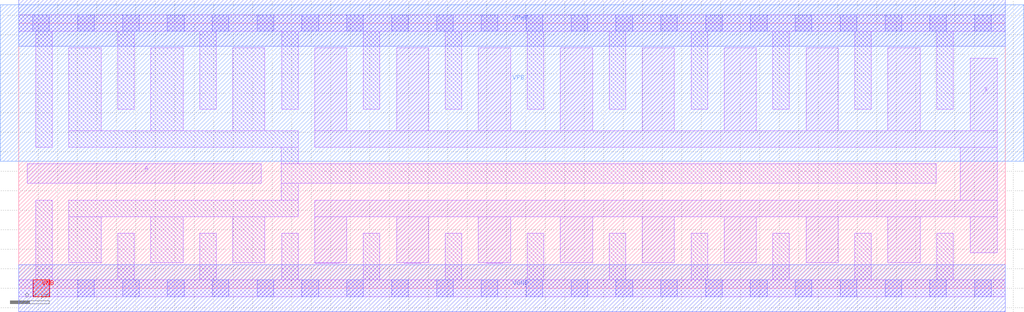
<source format=lef>
# Copyright 2020 The SkyWater PDK Authors
#
# Licensed under the Apache License, Version 2.0 (the "License");
# you may not use this file except in compliance with the License.
# You may obtain a copy of the License at
#
#     https://www.apache.org/licenses/LICENSE-2.0
#
# Unless required by applicable law or agreed to in writing, software
# distributed under the License is distributed on an "AS IS" BASIS,
# WITHOUT WARRANTIES OR CONDITIONS OF ANY KIND, either express or implied.
# See the License for the specific language governing permissions and
# limitations under the License.
#
# SPDX-License-Identifier: Apache-2.0

VERSION 5.7 ;
  NOWIREEXTENSIONATPIN ON ;
  DIVIDERCHAR "/" ;
  BUSBITCHARS "[]" ;
MACRO sky130_fd_sc_hd__buf_16
  CLASS CORE ;
  FOREIGN sky130_fd_sc_hd__buf_16 ;
  ORIGIN  0.000000  0.000000 ;
  SIZE  10.12000 BY  2.720000 ;
  SYMMETRY X Y R90 ;
  SITE unithd ;
  PIN A
    ANTENNAGATEAREA  1.485000 ;
    DIRECTION INPUT ;
    USE SIGNAL ;
    PORT
      LAYER li1 ;
        RECT 0.085000 1.075000 2.485000 1.275000 ;
    END
  END A
  PIN X
    ANTENNADIFFAREA  3.564000 ;
    DIRECTION OUTPUT ;
    USE SIGNAL ;
    PORT
      LAYER li1 ;
        RECT 3.035000 0.255000  3.285000 0.260000 ;
        RECT 3.035000 0.260000  3.365000 0.735000 ;
        RECT 3.035000 0.735000 10.035000 0.905000 ;
        RECT 3.035000 1.445000 10.035000 1.615000 ;
        RECT 3.035000 1.615000  3.365000 2.465000 ;
        RECT 3.875000 0.260000  4.205000 0.735000 ;
        RECT 3.875000 1.615000  4.205000 2.465000 ;
        RECT 3.955000 0.255000  4.125000 0.260000 ;
        RECT 4.715000 0.260000  5.045000 0.735000 ;
        RECT 4.715000 1.615000  5.045000 2.465000 ;
        RECT 4.795000 0.255000  4.965000 0.260000 ;
        RECT 5.555000 0.260000  5.885000 0.735000 ;
        RECT 5.555000 1.615000  5.885000 2.465000 ;
        RECT 6.395000 0.260000  6.725000 0.735000 ;
        RECT 6.395000 1.615000  6.725000 2.465000 ;
        RECT 7.235000 0.260000  7.565000 0.735000 ;
        RECT 7.235000 1.615000  7.565000 2.465000 ;
        RECT 8.075000 0.260000  8.405000 0.735000 ;
        RECT 8.075000 1.615000  8.405000 2.465000 ;
        RECT 8.915000 0.260000  9.245000 0.735000 ;
        RECT 8.915000 1.615000  9.245000 2.465000 ;
        RECT 9.655000 0.905000 10.035000 1.445000 ;
        RECT 9.760000 0.365000 10.035000 0.735000 ;
        RECT 9.760000 1.615000 10.035000 2.360000 ;
    END
  END X
  PIN VGND
    DIRECTION INOUT ;
    SHAPE ABUTMENT ;
    USE GROUND ;
    PORT
      LAYER met1 ;
        RECT 0.000000 -0.240000 10.120000 0.240000 ;
    END
  END VGND
  PIN VNB
    DIRECTION INOUT ;
    USE GROUND ;
    PORT
      LAYER pwell ;
        RECT 0.150000 -0.085000 0.320000 0.085000 ;
    END
  END VNB
  PIN VPB
    DIRECTION INOUT ;
    USE POWER ;
    PORT
      LAYER nwell ;
        RECT -0.190000 1.305000 10.310000 2.910000 ;
    END
  END VPB
  PIN VPWR
    DIRECTION INOUT ;
    SHAPE ABUTMENT ;
    USE POWER ;
    PORT
      LAYER met1 ;
        RECT 0.000000 2.480000 10.120000 2.960000 ;
    END
  END VPWR
  OBS
    LAYER li1 ;
      RECT 0.000000 -0.085000 10.120000 0.085000 ;
      RECT 0.000000  2.635000 10.120000 2.805000 ;
      RECT 0.175000  0.085000  0.345000 0.905000 ;
      RECT 0.175000  1.445000  0.345000 2.635000 ;
      RECT 0.515000  0.260000  0.845000 0.735000 ;
      RECT 0.515000  0.735000  2.865000 0.905000 ;
      RECT 0.515000  1.445000  2.865000 1.615000 ;
      RECT 0.515000  1.615000  0.845000 2.465000 ;
      RECT 1.015000  0.085000  1.185000 0.565000 ;
      RECT 1.015000  1.835000  1.185000 2.635000 ;
      RECT 1.355000  0.260000  1.685000 0.735000 ;
      RECT 1.355000  1.615000  1.685000 2.465000 ;
      RECT 1.855000  0.085000  2.025000 0.565000 ;
      RECT 1.855000  1.835000  2.025000 2.635000 ;
      RECT 2.195000  0.260000  2.525000 0.735000 ;
      RECT 2.195000  1.615000  2.525000 2.465000 ;
      RECT 2.690000  0.905000  2.865000 1.075000 ;
      RECT 2.690000  1.075000  9.410000 1.275000 ;
      RECT 2.690000  1.275000  2.865000 1.445000 ;
      RECT 2.695000  0.085000  2.865000 0.565000 ;
      RECT 2.695000  1.835000  2.865000 2.635000 ;
      RECT 3.535000  0.085000  3.705000 0.565000 ;
      RECT 3.535000  1.835000  3.705000 2.635000 ;
      RECT 4.375000  0.085000  4.545000 0.565000 ;
      RECT 4.375000  1.835000  4.545000 2.635000 ;
      RECT 5.215000  0.085000  5.385000 0.565000 ;
      RECT 5.215000  1.835000  5.385000 2.635000 ;
      RECT 6.055000  0.085000  6.225000 0.565000 ;
      RECT 6.055000  1.835000  6.225000 2.635000 ;
      RECT 6.895000  0.085000  7.065000 0.565000 ;
      RECT 6.895000  1.835000  7.065000 2.635000 ;
      RECT 7.735000  0.085000  7.905000 0.565000 ;
      RECT 7.735000  1.835000  7.905000 2.635000 ;
      RECT 8.575000  0.085000  8.745000 0.565000 ;
      RECT 8.575000  1.835000  8.745000 2.635000 ;
      RECT 9.415000  0.085000  9.585000 0.565000 ;
      RECT 9.415000  1.835000  9.585000 2.635000 ;
    LAYER mcon ;
      RECT 0.145000 -0.085000 0.315000 0.085000 ;
      RECT 0.145000  2.635000 0.315000 2.805000 ;
      RECT 0.605000 -0.085000 0.775000 0.085000 ;
      RECT 0.605000  2.635000 0.775000 2.805000 ;
      RECT 1.065000 -0.085000 1.235000 0.085000 ;
      RECT 1.065000  2.635000 1.235000 2.805000 ;
      RECT 1.525000 -0.085000 1.695000 0.085000 ;
      RECT 1.525000  2.635000 1.695000 2.805000 ;
      RECT 1.985000 -0.085000 2.155000 0.085000 ;
      RECT 1.985000  2.635000 2.155000 2.805000 ;
      RECT 2.445000 -0.085000 2.615000 0.085000 ;
      RECT 2.445000  2.635000 2.615000 2.805000 ;
      RECT 2.905000 -0.085000 3.075000 0.085000 ;
      RECT 2.905000  2.635000 3.075000 2.805000 ;
      RECT 3.365000 -0.085000 3.535000 0.085000 ;
      RECT 3.365000  2.635000 3.535000 2.805000 ;
      RECT 3.825000 -0.085000 3.995000 0.085000 ;
      RECT 3.825000  2.635000 3.995000 2.805000 ;
      RECT 4.285000 -0.085000 4.455000 0.085000 ;
      RECT 4.285000  2.635000 4.455000 2.805000 ;
      RECT 4.745000 -0.085000 4.915000 0.085000 ;
      RECT 4.745000  2.635000 4.915000 2.805000 ;
      RECT 5.205000 -0.085000 5.375000 0.085000 ;
      RECT 5.205000  2.635000 5.375000 2.805000 ;
      RECT 5.665000 -0.085000 5.835000 0.085000 ;
      RECT 5.665000  2.635000 5.835000 2.805000 ;
      RECT 6.125000 -0.085000 6.295000 0.085000 ;
      RECT 6.125000  2.635000 6.295000 2.805000 ;
      RECT 6.585000 -0.085000 6.755000 0.085000 ;
      RECT 6.585000  2.635000 6.755000 2.805000 ;
      RECT 7.045000 -0.085000 7.215000 0.085000 ;
      RECT 7.045000  2.635000 7.215000 2.805000 ;
      RECT 7.505000 -0.085000 7.675000 0.085000 ;
      RECT 7.505000  2.635000 7.675000 2.805000 ;
      RECT 7.965000 -0.085000 8.135000 0.085000 ;
      RECT 7.965000  2.635000 8.135000 2.805000 ;
      RECT 8.425000 -0.085000 8.595000 0.085000 ;
      RECT 8.425000  2.635000 8.595000 2.805000 ;
      RECT 8.885000 -0.085000 9.055000 0.085000 ;
      RECT 8.885000  2.635000 9.055000 2.805000 ;
      RECT 9.345000 -0.085000 9.515000 0.085000 ;
      RECT 9.345000  2.635000 9.515000 2.805000 ;
      RECT 9.805000 -0.085000 9.975000 0.085000 ;
      RECT 9.805000  2.635000 9.975000 2.805000 ;
  END
END sky130_fd_sc_hd__buf_16
END LIBRARY

</source>
